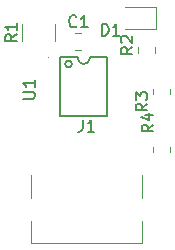
<source format=gbr>
%TF.GenerationSoftware,KiCad,Pcbnew,7.0.9-1.fc38*%
%TF.CreationDate,2024-01-22T08:05:40+08:00*%
%TF.ProjectId,PD_Decoy,50445f44-6563-46f7-992e-6b696361645f,rev?*%
%TF.SameCoordinates,Original*%
%TF.FileFunction,Legend,Top*%
%TF.FilePolarity,Positive*%
%FSLAX46Y46*%
G04 Gerber Fmt 4.6, Leading zero omitted, Abs format (unit mm)*
G04 Created by KiCad (PCBNEW 7.0.9-1.fc38) date 2024-01-22 08:05:40*
%MOMM*%
%LPD*%
G01*
G04 APERTURE LIST*
%ADD10C,0.150000*%
%ADD11C,0.120000*%
%ADD12C,0.150013*%
%ADD13C,0.059995*%
G04 APERTURE END LIST*
D10*
X18951333Y-16749580D02*
X18903714Y-16797200D01*
X18903714Y-16797200D02*
X18760857Y-16844819D01*
X18760857Y-16844819D02*
X18665619Y-16844819D01*
X18665619Y-16844819D02*
X18522762Y-16797200D01*
X18522762Y-16797200D02*
X18427524Y-16701961D01*
X18427524Y-16701961D02*
X18379905Y-16606723D01*
X18379905Y-16606723D02*
X18332286Y-16416247D01*
X18332286Y-16416247D02*
X18332286Y-16273390D01*
X18332286Y-16273390D02*
X18379905Y-16082914D01*
X18379905Y-16082914D02*
X18427524Y-15987676D01*
X18427524Y-15987676D02*
X18522762Y-15892438D01*
X18522762Y-15892438D02*
X18665619Y-15844819D01*
X18665619Y-15844819D02*
X18760857Y-15844819D01*
X18760857Y-15844819D02*
X18903714Y-15892438D01*
X18903714Y-15892438D02*
X18951333Y-15940057D01*
X19903714Y-16844819D02*
X19332286Y-16844819D01*
X19618000Y-16844819D02*
X19618000Y-15844819D01*
X19618000Y-15844819D02*
X19522762Y-15987676D01*
X19522762Y-15987676D02*
X19427524Y-16082914D01*
X19427524Y-16082914D02*
X19332286Y-16130533D01*
X19482666Y-24677819D02*
X19482666Y-25392104D01*
X19482666Y-25392104D02*
X19435047Y-25534961D01*
X19435047Y-25534961D02*
X19339809Y-25630200D01*
X19339809Y-25630200D02*
X19196952Y-25677819D01*
X19196952Y-25677819D02*
X19101714Y-25677819D01*
X20482666Y-25677819D02*
X19911238Y-25677819D01*
X20196952Y-25677819D02*
X20196952Y-24677819D01*
X20196952Y-24677819D02*
X20101714Y-24820676D01*
X20101714Y-24820676D02*
X20006476Y-24915914D01*
X20006476Y-24915914D02*
X19911238Y-24963533D01*
X21107905Y-17549819D02*
X21107905Y-16549819D01*
X21107905Y-16549819D02*
X21346000Y-16549819D01*
X21346000Y-16549819D02*
X21488857Y-16597438D01*
X21488857Y-16597438D02*
X21584095Y-16692676D01*
X21584095Y-16692676D02*
X21631714Y-16787914D01*
X21631714Y-16787914D02*
X21679333Y-16978390D01*
X21679333Y-16978390D02*
X21679333Y-17121247D01*
X21679333Y-17121247D02*
X21631714Y-17311723D01*
X21631714Y-17311723D02*
X21584095Y-17406961D01*
X21584095Y-17406961D02*
X21488857Y-17502200D01*
X21488857Y-17502200D02*
X21346000Y-17549819D01*
X21346000Y-17549819D02*
X21107905Y-17549819D01*
X22631714Y-17549819D02*
X22060286Y-17549819D01*
X22346000Y-17549819D02*
X22346000Y-16549819D01*
X22346000Y-16549819D02*
X22250762Y-16692676D01*
X22250762Y-16692676D02*
X22155524Y-16787914D01*
X22155524Y-16787914D02*
X22060286Y-16835533D01*
X25475819Y-25094666D02*
X24999628Y-25427999D01*
X25475819Y-25666094D02*
X24475819Y-25666094D01*
X24475819Y-25666094D02*
X24475819Y-25285142D01*
X24475819Y-25285142D02*
X24523438Y-25189904D01*
X24523438Y-25189904D02*
X24571057Y-25142285D01*
X24571057Y-25142285D02*
X24666295Y-25094666D01*
X24666295Y-25094666D02*
X24809152Y-25094666D01*
X24809152Y-25094666D02*
X24904390Y-25142285D01*
X24904390Y-25142285D02*
X24952009Y-25189904D01*
X24952009Y-25189904D02*
X24999628Y-25285142D01*
X24999628Y-25285142D02*
X24999628Y-25666094D01*
X24809152Y-24237523D02*
X25475819Y-24237523D01*
X24428200Y-24475618D02*
X25142485Y-24713713D01*
X25142485Y-24713713D02*
X25142485Y-24094666D01*
X23698819Y-18531666D02*
X23222628Y-18864999D01*
X23698819Y-19103094D02*
X22698819Y-19103094D01*
X22698819Y-19103094D02*
X22698819Y-18722142D01*
X22698819Y-18722142D02*
X22746438Y-18626904D01*
X22746438Y-18626904D02*
X22794057Y-18579285D01*
X22794057Y-18579285D02*
X22889295Y-18531666D01*
X22889295Y-18531666D02*
X23032152Y-18531666D01*
X23032152Y-18531666D02*
X23127390Y-18579285D01*
X23127390Y-18579285D02*
X23175009Y-18626904D01*
X23175009Y-18626904D02*
X23222628Y-18722142D01*
X23222628Y-18722142D02*
X23222628Y-19103094D01*
X22794057Y-18150713D02*
X22746438Y-18103094D01*
X22746438Y-18103094D02*
X22698819Y-18007856D01*
X22698819Y-18007856D02*
X22698819Y-17769761D01*
X22698819Y-17769761D02*
X22746438Y-17674523D01*
X22746438Y-17674523D02*
X22794057Y-17626904D01*
X22794057Y-17626904D02*
X22889295Y-17579285D01*
X22889295Y-17579285D02*
X22984533Y-17579285D01*
X22984533Y-17579285D02*
X23127390Y-17626904D01*
X23127390Y-17626904D02*
X23698819Y-18198332D01*
X23698819Y-18198332D02*
X23698819Y-17579285D01*
X24967819Y-23316666D02*
X24491628Y-23649999D01*
X24967819Y-23888094D02*
X23967819Y-23888094D01*
X23967819Y-23888094D02*
X23967819Y-23507142D01*
X23967819Y-23507142D02*
X24015438Y-23411904D01*
X24015438Y-23411904D02*
X24063057Y-23364285D01*
X24063057Y-23364285D02*
X24158295Y-23316666D01*
X24158295Y-23316666D02*
X24301152Y-23316666D01*
X24301152Y-23316666D02*
X24396390Y-23364285D01*
X24396390Y-23364285D02*
X24444009Y-23411904D01*
X24444009Y-23411904D02*
X24491628Y-23507142D01*
X24491628Y-23507142D02*
X24491628Y-23888094D01*
X23967819Y-22983332D02*
X23967819Y-22364285D01*
X23967819Y-22364285D02*
X24348771Y-22697618D01*
X24348771Y-22697618D02*
X24348771Y-22554761D01*
X24348771Y-22554761D02*
X24396390Y-22459523D01*
X24396390Y-22459523D02*
X24444009Y-22411904D01*
X24444009Y-22411904D02*
X24539247Y-22364285D01*
X24539247Y-22364285D02*
X24777342Y-22364285D01*
X24777342Y-22364285D02*
X24872580Y-22411904D01*
X24872580Y-22411904D02*
X24920200Y-22459523D01*
X24920200Y-22459523D02*
X24967819Y-22554761D01*
X24967819Y-22554761D02*
X24967819Y-22840475D01*
X24967819Y-22840475D02*
X24920200Y-22935713D01*
X24920200Y-22935713D02*
X24872580Y-22983332D01*
X14442819Y-22895904D02*
X15252342Y-22895904D01*
X15252342Y-22895904D02*
X15347580Y-22848285D01*
X15347580Y-22848285D02*
X15395200Y-22800666D01*
X15395200Y-22800666D02*
X15442819Y-22705428D01*
X15442819Y-22705428D02*
X15442819Y-22514952D01*
X15442819Y-22514952D02*
X15395200Y-22419714D01*
X15395200Y-22419714D02*
X15347580Y-22372095D01*
X15347580Y-22372095D02*
X15252342Y-22324476D01*
X15252342Y-22324476D02*
X14442819Y-22324476D01*
X15442819Y-21324476D02*
X15442819Y-21895904D01*
X15442819Y-21610190D02*
X14442819Y-21610190D01*
X14442819Y-21610190D02*
X14585676Y-21705428D01*
X14585676Y-21705428D02*
X14680914Y-21800666D01*
X14680914Y-21800666D02*
X14728533Y-21895904D01*
X13918819Y-17454166D02*
X13442628Y-17787499D01*
X13918819Y-18025594D02*
X12918819Y-18025594D01*
X12918819Y-18025594D02*
X12918819Y-17644642D01*
X12918819Y-17644642D02*
X12966438Y-17549404D01*
X12966438Y-17549404D02*
X13014057Y-17501785D01*
X13014057Y-17501785D02*
X13109295Y-17454166D01*
X13109295Y-17454166D02*
X13252152Y-17454166D01*
X13252152Y-17454166D02*
X13347390Y-17501785D01*
X13347390Y-17501785D02*
X13395009Y-17549404D01*
X13395009Y-17549404D02*
X13442628Y-17644642D01*
X13442628Y-17644642D02*
X13442628Y-18025594D01*
X13918819Y-16501785D02*
X13918819Y-17073213D01*
X13918819Y-16787499D02*
X12918819Y-16787499D01*
X12918819Y-16787499D02*
X13061676Y-16882737D01*
X13061676Y-16882737D02*
X13156914Y-16977975D01*
X13156914Y-16977975D02*
X13204533Y-17073213D01*
D11*
%TO.C,C1*%
X18856748Y-17335000D02*
X19379252Y-17335000D01*
X18856748Y-18805000D02*
X19379252Y-18805000D01*
%TO.C,J1*%
X15116000Y-29344000D02*
X15116000Y-31344000D01*
X15116000Y-33244000D02*
X15116000Y-35144000D01*
X15116000Y-35144000D02*
X24516000Y-35144000D01*
X24516000Y-29344000D02*
X24516000Y-31344000D01*
X24516000Y-33244000D02*
X24516000Y-35144000D01*
%TO.C,D1*%
X25738500Y-17039000D02*
X25738500Y-15119000D01*
X25738500Y-15119000D02*
X23053500Y-15119000D01*
X23053500Y-17039000D02*
X25738500Y-17039000D01*
%TO.C,R4*%
X26899000Y-26963436D02*
X26899000Y-27417564D01*
X25429000Y-26963436D02*
X25429000Y-27417564D01*
%TO.C,R2*%
X24159000Y-18996564D02*
X24159000Y-18542436D01*
X25629000Y-18996564D02*
X25629000Y-18542436D01*
%TO.C,R3*%
X25429000Y-22511564D02*
X25429000Y-22057436D01*
X26899000Y-22511564D02*
X26899000Y-22057436D01*
D12*
%TO.C,U1*%
X21509835Y-19379924D02*
X21509835Y-24379924D01*
X20379863Y-19379924D02*
X21509835Y-19379924D01*
X20139883Y-19379924D02*
X20379863Y-19379924D01*
X19079837Y-19379924D02*
X19079837Y-19479949D01*
X17609860Y-19379924D02*
X19079837Y-19379924D01*
X17609860Y-19379924D02*
X17609860Y-24379924D01*
X20099878Y-19419904D02*
X20139883Y-19379924D01*
X17609860Y-24379924D02*
X21509835Y-24379924D01*
X19559872Y-19959935D02*
G75*
G03*
X20099878Y-19419929I43927J496079D01*
G01*
X19079863Y-19479924D02*
G75*
G03*
X19559873Y-19959934I480011J1D01*
G01*
D13*
X16589718Y-19429911D02*
G75*
G03*
X16589718Y-19429911I-29972J0D01*
G01*
D12*
X18583876Y-19960010D02*
G75*
G03*
X18583876Y-19960010I-284227J0D01*
G01*
D11*
%TO.C,R1*%
X17105000Y-16563763D02*
X17105000Y-18011237D01*
X14395000Y-16563763D02*
X14395000Y-18011237D01*
%TD*%
M02*

</source>
